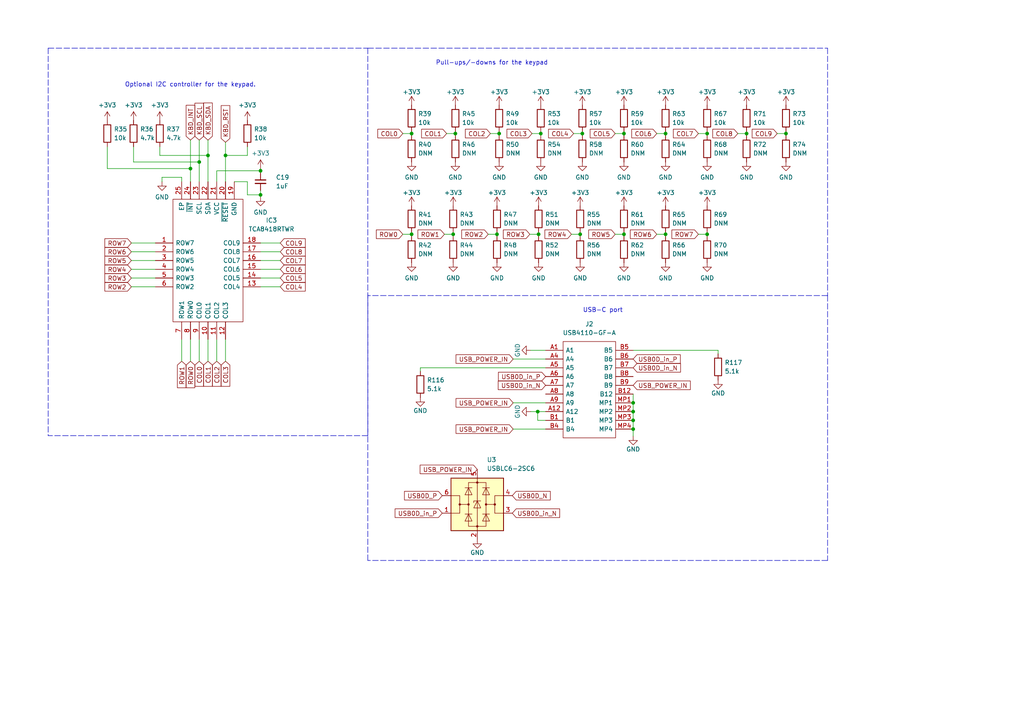
<source format=kicad_sch>
(kicad_sch (version 20211123) (generator eeschema)
  (paper "A4")
  (lib_symbols
    (symbol "Device:C_Small" (pin_numbers hide) (pin_names (offset 0.254) hide)
      (property "Reference" "C" (at 0.254 1.778 0))
      (property "Value" "C_Small" (at 0.254 -2.032 0))
      (symbol "C_Small_0_1"
        (polyline (pts (xy -1.524 -0.508) (xy 1.524 -0.508)) (stroke (width 0.3302)))
        (polyline (pts (xy -1.524 0.508) (xy 1.524 0.508)) (stroke (width 0.3048)))
      )
      (symbol "C_Small_1_1"
        (pin passive line (at 0 2.54 270) (length 2.032) (name "~") (number "1"))
        (pin passive line (at 0 -2.54 90) (length 2.032) (name "~") (number "2"))
      )
    )
    (symbol "Device:R" (pin_numbers hide) (pin_names (offset 0))
      (property "Reference" "R" (at 2.032 0 90))
      (property "Value" "R" (at 0 0 90))
      (symbol "R_0_1"
        (rectangle (start -1.016 -2.54) (end 1.016 2.54) (stroke (width 0.254)))
      )
      (symbol "R_1_1"
        (pin passive line (at 0 3.81 270) (length 1.27) (name "~") (number "1"))
        (pin passive line (at 0 -3.81 90) (length 1.27) (name "~") (number "2"))
      )
    )
    (symbol "Power_Protection:USBLC6-2SC6" (pin_names hide)
      (property "Reference" "U" (at 2.54 8.89 0))
      (property "Value" "USBLC6-2SC6" (at 2.54 -8.89 0))
      (symbol "USBLC6-2SC6_0_1"
        (rectangle (start -7.62 -7.62) (end 7.62 7.62) (stroke (width 0.254)) (fill (type background)))
        (circle (center -5.08 0) (radius 0.254) (fill (type outline)))
        (circle (center -2.54 0) (radius 0.254) (fill (type outline)))
        (rectangle (start -2.54 6.35) (end 2.54 -6.35))
        (circle (center 0 -6.35) (radius 0.254) (fill (type outline)))
        (polyline (pts (xy -5.08 -2.54) (xy -7.62 -2.54)))
        (polyline (pts (xy -5.08 0) (xy -5.08 -2.54)))
        (polyline (pts (xy -5.08 2.54) (xy -7.62 2.54)))
        (polyline (pts (xy -1.524 -2.794) (xy -3.556 -2.794)))
        (polyline (pts (xy -1.524 4.826) (xy -3.556 4.826)))
        (polyline (pts (xy 0 -7.62) (xy 0 -6.35)))
        (polyline (pts (xy 0 -6.35) (xy 0 1.27)))
        (polyline (pts (xy 0 1.27) (xy 0 6.35)))
        (polyline (pts (xy 0 6.35) (xy 0 7.62)))
        (polyline (pts (xy 1.524 -2.794) (xy 3.556 -2.794)))
        (polyline (pts (xy 1.524 4.826) (xy 3.556 4.826)))
        (polyline (pts (xy 5.08 -2.54) (xy 7.62 -2.54)))
        (polyline (pts (xy 5.08 0) (xy 5.08 -2.54)))
        (polyline (pts (xy 5.08 2.54) (xy 7.62 2.54)))
        (polyline (pts (xy -2.54 0) (xy -5.08 0) (xy -5.08 2.54)))
        (polyline (pts (xy 2.54 0) (xy 5.08 0) (xy 5.08 2.54)))
        (polyline (pts (xy -3.556 -4.826) (xy -1.524 -4.826) (xy -2.54 -2.794) (xy -3.556 -4.826)))
        (polyline (pts (xy -3.556 2.794) (xy -1.524 2.794) (xy -2.54 4.826) (xy -3.556 2.794)))
        (polyline (pts (xy -1.016 -1.016) (xy 1.016 -1.016) (xy 0 1.016) (xy -1.016 -1.016)))
        (polyline (pts (xy 1.016 1.016) (xy 0.762 1.016) (xy -1.016 1.016) (xy -1.016 0.508)))
        (polyline (pts (xy 3.556 -4.826) (xy 1.524 -4.826) (xy 2.54 -2.794) (xy 3.556 -4.826)))
        (polyline (pts (xy 3.556 2.794) (xy 1.524 2.794) (xy 2.54 4.826) (xy 3.556 2.794)))
        (circle (center 0 6.35) (radius 0.254) (fill (type outline)))
        (circle (center 2.54 0) (radius 0.254) (fill (type outline)))
        (circle (center 5.08 0) (radius 0.254) (fill (type outline)))
      )
      (symbol "USBLC6-2SC6_1_1"
        (pin passive line (at -10.16 -2.54 0) (length 2.54) (name "I/O1") (number "1"))
        (pin passive line (at 0 -10.16 90) (length 2.54) (name "GND") (number "2"))
        (pin passive line (at 10.16 -2.54 180) (length 2.54) (name "I/O2") (number "3"))
        (pin passive line (at 10.16 2.54 180) (length 2.54) (name "I/O2") (number "4"))
        (pin passive line (at 0 10.16 270) (length 2.54) (name "VBUS") (number "5"))
        (pin passive line (at -10.16 2.54 0) (length 2.54) (name "I/O1") (number "6"))
      )
    )
    (symbol "SamacSys_Parts:TCA8418RTWR" (pin_names (offset 0.762))
      (property "Reference" "IC" (at 26.67 17.78 0))
      (property "Value" "TCA8418RTWR" (at 26.67 15.24 0))
      (symbol "TCA8418RTWR_0_0"
        (pin passive line (at 0 0 0) (length 5.08) (name "ROW7") (number "1"))
        (pin passive line (at 15.24 -27.94 90) (length 5.08) (name "COL1") (number "10"))
        (pin passive line (at 17.78 -27.94 90) (length 5.08) (name "COL2") (number "11"))
        (pin passive line (at 20.32 -27.94 90) (length 5.08) (name "COL3") (number "12"))
        (pin passive line (at 30.48 -12.7 180) (length 5.08) (name "COL4") (number "13"))
        (pin passive line (at 30.48 -10.16 180) (length 5.08) (name "COL5") (number "14"))
        (pin passive line (at 30.48 -7.62 180) (length 5.08) (name "COL6") (number "15"))
        (pin passive line (at 30.48 -5.08 180) (length 5.08) (name "COL7") (number "16"))
        (pin passive line (at 30.48 -2.54 180) (length 5.08) (name "COL8") (number "17"))
        (pin passive line (at 30.48 0 180) (length 5.08) (name "COL9") (number "18"))
        (pin passive line (at 22.86 17.78 270) (length 5.08) (name "GND") (number "19"))
        (pin passive line (at 0 -2.54 0) (length 5.08) (name "ROW6") (number "2"))
        (pin passive line (at 20.32 17.78 270) (length 5.08) (name "~{RESET}") (number "20"))
        (pin passive line (at 17.78 17.78 270) (length 5.08) (name "VCC") (number "21"))
        (pin passive line (at 15.24 17.78 270) (length 5.08) (name "SDA") (number "22"))
        (pin passive line (at 12.7 17.78 270) (length 5.08) (name "SCL") (number "23"))
        (pin passive line (at 10.16 17.78 270) (length 5.08) (name "~{INT}") (number "24"))
        (pin passive line (at 7.62 17.78 270) (length 5.08) (name "EP") (number "25"))
        (pin passive line (at 0 -5.08 0) (length 5.08) (name "ROW5") (number "3"))
        (pin passive line (at 0 -7.62 0) (length 5.08) (name "ROW4") (number "4"))
        (pin passive line (at 0 -10.16 0) (length 5.08) (name "ROW3") (number "5"))
        (pin passive line (at 0 -12.7 0) (length 5.08) (name "ROW2") (number "6"))
        (pin passive line (at 7.62 -27.94 90) (length 5.08) (name "ROW1") (number "7"))
        (pin passive line (at 10.16 -27.94 90) (length 5.08) (name "ROW0") (number "8"))
        (pin passive line (at 12.7 -27.94 90) (length 5.08) (name "COL0") (number "9"))
      )
      (symbol "TCA8418RTWR_0_1"
        (polyline (pts (xy 5.08 12.7) (xy 25.4 12.7) (xy 25.4 -22.86) (xy 5.08 -22.86) (xy 5.08 12.7)) (stroke (width 0.1524)))
      )
    )
    (symbol "SamacSys_Parts:USB4110-GF-A" (pin_names (offset 0.762))
      (property "Reference" "J" (at 21.59 7.62 0))
      (property "Value" "USB4110-GF-A" (at 21.59 5.08 0))
      (symbol "USB4110-GF-A_0_0"
        (pin passive line (at 0 0 0) (length 5.08) (name "A1") (number "A1"))
        (pin passive line (at 0 -17.78 0) (length 5.08) (name "A12") (number "A12"))
        (pin passive line (at 0 -2.54 0) (length 5.08) (name "A4") (number "A4"))
        (pin passive line (at 0 -5.08 0) (length 5.08) (name "A5") (number "A5"))
        (pin passive line (at 0 -7.62 0) (length 5.08) (name "A6") (number "A6"))
        (pin passive line (at 0 -10.16 0) (length 5.08) (name "A7") (number "A7"))
        (pin passive line (at 0 -12.7 0) (length 5.08) (name "A8") (number "A8"))
        (pin passive line (at 0 -15.24 0) (length 5.08) (name "A9") (number "A9"))
        (pin passive line (at 0 -20.32 0) (length 5.08) (name "B1") (number "B1"))
        (pin passive line (at 25.4 -12.7 180) (length 5.08) (name "B12") (number "B12"))
        (pin passive line (at 0 -22.86 0) (length 5.08) (name "B4") (number "B4"))
        (pin passive line (at 25.4 0 180) (length 5.08) (name "B5") (number "B5"))
        (pin passive line (at 25.4 -2.54 180) (length 5.08) (name "B6") (number "B6"))
        (pin passive line (at 25.4 -5.08 180) (length 5.08) (name "B7") (number "B7"))
        (pin passive line (at 25.4 -7.62 180) (length 5.08) (name "B8") (number "B8"))
        (pin passive line (at 25.4 -10.16 180) (length 5.08) (name "B9") (number "B9"))
        (pin passive line (at 25.4 -15.24 180) (length 5.08) (name "MP1") (number "MP1"))
        (pin passive line (at 25.4 -17.78 180) (length 5.08) (name "MP2") (number "MP2"))
        (pin passive line (at 25.4 -20.32 180) (length 5.08) (name "MP3") (number "MP3"))
        (pin passive line (at 25.4 -22.86 180) (length 5.08) (name "MP4") (number "MP4"))
      )
      (symbol "USB4110-GF-A_0_1"
        (polyline (pts (xy 5.08 2.54) (xy 20.32 2.54) (xy 20.32 -25.4) (xy 5.08 -25.4) (xy 5.08 2.54)) (stroke (width 0.1524)))
      )
    )
    (symbol "power:+3V3" (power) (pin_names (offset 0))
      (property "Value" "+3V3" (at 0 3.556 0))
      (symbol "+3V3_0_1"
        (polyline (pts (xy -0.762 1.27) (xy 0 2.54)))
        (polyline (pts (xy 0 0) (xy 0 2.54)))
        (polyline (pts (xy 0 2.54) (xy 0.762 1.27)))
      )
      (symbol "+3V3_1_1"
        (pin power_in line (at 0 0 90) (length 0) hide (name "+3V3") (number "1"))
      )
    )
    (symbol "power:GND" (power) (pin_names (offset 0))
      (property "Value" "GND" (at 0 -3.81 0))
      (symbol "GND_0_1"
        (polyline (pts (xy 0 0) (xy 0 -1.27) (xy 1.27 -1.27) (xy 0 -2.54) (xy -1.27 -1.27) (xy 0 -1.27)))
      )
      (symbol "GND_1_1"
        (pin power_in line (at 0 0 270) (length 0) hide (name "GND") (number "1"))
      )
    )
  )
  (junction (at 131.445 67.945))
  (junction (at 168.275 67.945))
  (junction (at 183.642 124.46))
  (junction (at 144.78 38.735))
  (junction (at 156.845 38.735))
  (junction (at 57.785 46.99))
  (junction (at 75.565 49.53))
  (junction (at 156.21 67.945))
  (junction (at 155.956 119.38))
  (junction (at 205.105 38.735))
  (junction (at 55.245 48.895))
  (junction (at 65.405 45.085))
  (junction (at 180.975 38.735))
  (junction (at 193.04 38.735))
  (junction (at 144.145 67.945))
  (junction (at 183.642 119.38))
  (junction (at 183.642 121.92))
  (junction (at 193.04 67.945))
  (junction (at 168.91 38.735))
  (junction (at 132.08 38.735))
  (junction (at 180.975 67.945))
  (junction (at 183.642 116.84))
  (junction (at 75.565 56.515))
  (junction (at 205.105 67.945))
  (junction (at 60.325 45.085))
  (junction (at 216.535 38.735))
  (junction (at 119.38 67.945))
  (junction (at 227.965 38.735))
  (junction (at 119.38 38.735))
  (wire (pts (xy 183.642 114.3) (xy 183.642 116.84)))
  (wire (pts (xy 60.325 52.705) (xy 60.325 45.085)))
  (wire (pts (xy 193.04 67.31) (xy 193.04 67.945)))
  (wire (pts (xy 131.445 67.945) (xy 131.445 68.58)))
  (wire (pts (xy 141.605 67.945) (xy 144.145 67.945)))
  (wire (pts (xy 205.105 38.735) (xy 205.105 39.37)))
  (wire (pts (xy 55.245 98.425) (xy 55.245 104.775)))
  (wire (pts (xy 116.84 67.945) (xy 119.38 67.945)))
  (wire (pts (xy 75.565 48.895) (xy 75.565 49.53)))
  (polyline (pts (xy 106.68 126.365) (xy 13.97 126.365)))
  (wire (pts (xy 119.38 38.735) (xy 119.38 39.37)))
  (wire (pts (xy 183.642 119.38) (xy 183.642 121.92)))
  (wire (pts (xy 205.105 38.1) (xy 205.105 38.735)))
  (wire (pts (xy 55.245 48.895) (xy 31.115 48.895)))
  (wire (pts (xy 213.995 38.735) (xy 216.535 38.735)))
  (wire (pts (xy 38.1 83.185) (xy 45.085 83.185)))
  (wire (pts (xy 65.405 45.085) (xy 65.405 52.705)))
  (wire (pts (xy 205.105 67.945) (xy 205.105 68.58)))
  (wire (pts (xy 121.92 106.68) (xy 121.92 107.696)))
  (polyline (pts (xy 240.03 13.97) (xy 240.03 85.725)))
  (wire (pts (xy 183.642 124.46) (xy 183.642 126.492)))
  (wire (pts (xy 155.956 119.38) (xy 158.242 119.38)))
  (wire (pts (xy 38.735 46.99) (xy 38.735 42.545)))
  (wire (pts (xy 52.705 98.425) (xy 52.705 104.775)))
  (wire (pts (xy 144.78 38.1) (xy 144.78 38.735)))
  (wire (pts (xy 38.1 70.485) (xy 45.085 70.485)))
  (wire (pts (xy 190.5 67.945) (xy 193.04 67.945)))
  (wire (pts (xy 31.115 48.895) (xy 31.115 42.545)))
  (polyline (pts (xy 106.68 162.56) (xy 106.68 85.09)))
  (wire (pts (xy 65.405 45.085) (xy 71.755 45.085)))
  (wire (pts (xy 57.785 98.425) (xy 57.785 104.775)))
  (polyline (pts (xy 240.03 162.56) (xy 106.68 162.56)))
  (wire (pts (xy 205.105 67.31) (xy 205.105 67.945)))
  (wire (pts (xy 144.145 67.31) (xy 144.145 67.945)))
  (wire (pts (xy 193.04 67.945) (xy 193.04 68.58)))
  (wire (pts (xy 132.08 38.1) (xy 132.08 38.735)))
  (wire (pts (xy 153.67 67.945) (xy 156.21 67.945)))
  (wire (pts (xy 57.785 52.705) (xy 57.785 46.99)))
  (wire (pts (xy 183.642 121.92) (xy 183.642 124.46)))
  (wire (pts (xy 75.565 56.515) (xy 75.565 57.15)))
  (wire (pts (xy 71.755 45.085) (xy 71.755 42.545)))
  (wire (pts (xy 62.865 49.53) (xy 62.865 52.705)))
  (wire (pts (xy 75.565 56.515) (xy 75.565 55.245)))
  (wire (pts (xy 46.355 45.085) (xy 46.355 42.545)))
  (polyline (pts (xy 13.97 13.97) (xy 106.68 13.97)))
  (wire (pts (xy 60.325 45.085) (xy 46.355 45.085)))
  (wire (pts (xy 165.735 67.945) (xy 168.275 67.945)))
  (wire (pts (xy 46.99 52.705) (xy 46.99 51.435)))
  (wire (pts (xy 60.325 98.425) (xy 60.325 104.775)))
  (wire (pts (xy 62.865 98.425) (xy 62.865 104.775)))
  (wire (pts (xy 60.325 40.64) (xy 60.325 45.085)))
  (wire (pts (xy 148.844 104.14) (xy 158.242 104.14)))
  (wire (pts (xy 193.04 38.1) (xy 193.04 38.735)))
  (wire (pts (xy 202.565 67.945) (xy 205.105 67.945)))
  (wire (pts (xy 154.305 38.735) (xy 156.845 38.735)))
  (wire (pts (xy 142.24 38.735) (xy 144.78 38.735)))
  (wire (pts (xy 168.91 38.1) (xy 168.91 38.735)))
  (wire (pts (xy 38.1 80.645) (xy 45.085 80.645)))
  (wire (pts (xy 75.565 49.53) (xy 62.865 49.53)))
  (polyline (pts (xy 13.97 13.97) (xy 13.97 126.365)))
  (wire (pts (xy 225.425 38.735) (xy 227.965 38.735)))
  (polyline (pts (xy 240.03 85.725) (xy 240.03 162.56)))
  (wire (pts (xy 129.54 38.735) (xy 132.08 38.735)))
  (wire (pts (xy 132.08 38.735) (xy 132.08 39.37)))
  (wire (pts (xy 227.965 38.1) (xy 227.965 38.735)))
  (wire (pts (xy 158.242 106.68) (xy 121.92 106.68)))
  (wire (pts (xy 71.755 56.515) (xy 75.565 56.515)))
  (wire (pts (xy 75.565 75.565) (xy 81.28 75.565)))
  (wire (pts (xy 208.28 101.6) (xy 208.28 102.616)))
  (wire (pts (xy 119.38 38.1) (xy 119.38 38.735)))
  (polyline (pts (xy 106.68 13.97) (xy 240.03 13.97)))
  (wire (pts (xy 75.565 73.025) (xy 81.28 73.025)))
  (wire (pts (xy 38.1 78.105) (xy 45.085 78.105)))
  (polyline (pts (xy 240.03 85.725) (xy 106.68 85.725)))
  (wire (pts (xy 75.565 70.485) (xy 81.28 70.485)))
  (wire (pts (xy 178.435 67.945) (xy 180.975 67.945)))
  (wire (pts (xy 55.245 40.64) (xy 55.245 48.895)))
  (wire (pts (xy 193.04 38.735) (xy 193.04 39.37)))
  (wire (pts (xy 75.565 80.645) (xy 81.28 80.645)))
  (wire (pts (xy 75.565 78.105) (xy 81.28 78.105)))
  (wire (pts (xy 168.275 67.945) (xy 168.275 68.58)))
  (wire (pts (xy 144.145 67.945) (xy 144.145 68.58)))
  (wire (pts (xy 38.1 75.565) (xy 45.085 75.565)))
  (wire (pts (xy 67.945 52.705) (xy 71.755 52.705)))
  (wire (pts (xy 180.975 67.31) (xy 180.975 67.945)))
  (wire (pts (xy 46.99 51.435) (xy 52.705 51.435)))
  (wire (pts (xy 168.275 67.31) (xy 168.275 67.945)))
  (wire (pts (xy 128.905 67.945) (xy 131.445 67.945)))
  (wire (pts (xy 65.405 98.425) (xy 65.405 104.775)))
  (wire (pts (xy 75.565 49.53) (xy 75.565 50.165)))
  (wire (pts (xy 227.965 38.735) (xy 227.965 39.37)))
  (wire (pts (xy 183.642 116.84) (xy 183.642 119.38)))
  (wire (pts (xy 71.755 52.705) (xy 71.755 56.515)))
  (wire (pts (xy 155.956 121.92) (xy 155.956 119.38)))
  (wire (pts (xy 65.405 41.275) (xy 65.405 45.085)))
  (wire (pts (xy 216.535 38.1) (xy 216.535 38.735)))
  (wire (pts (xy 153.924 119.38) (xy 155.956 119.38)))
  (wire (pts (xy 55.245 52.705) (xy 55.245 48.895)))
  (wire (pts (xy 116.84 38.735) (xy 119.38 38.735)))
  (polyline (pts (xy 106.68 13.97) (xy 106.68 126.365)))
  (wire (pts (xy 180.975 38.735) (xy 180.975 39.37)))
  (wire (pts (xy 158.242 121.92) (xy 155.956 121.92)))
  (wire (pts (xy 156.845 38.735) (xy 156.845 39.37)))
  (wire (pts (xy 153.924 101.6) (xy 158.242 101.6)))
  (wire (pts (xy 119.38 67.945) (xy 119.38 68.58)))
  (wire (pts (xy 180.975 67.945) (xy 180.975 68.58)))
  (wire (pts (xy 166.37 38.735) (xy 168.91 38.735)))
  (wire (pts (xy 156.21 67.945) (xy 156.21 68.58)))
  (wire (pts (xy 168.91 38.735) (xy 168.91 39.37)))
  (wire (pts (xy 52.705 51.435) (xy 52.705 52.705)))
  (wire (pts (xy 57.785 46.99) (xy 38.735 46.99)))
  (wire (pts (xy 57.785 40.64) (xy 57.785 46.99)))
  (wire (pts (xy 156.21 67.31) (xy 156.21 67.945)))
  (wire (pts (xy 216.535 38.735) (xy 216.535 39.37)))
  (wire (pts (xy 119.38 67.31) (xy 119.38 67.945)))
  (wire (pts (xy 131.445 67.31) (xy 131.445 67.945)))
  (wire (pts (xy 38.1 73.025) (xy 45.085 73.025)))
  (wire (pts (xy 75.565 83.185) (xy 81.28 83.185)))
  (wire (pts (xy 178.435 38.735) (xy 180.975 38.735)))
  (wire (pts (xy 183.642 101.6) (xy 208.28 101.6)))
  (wire (pts (xy 144.78 38.735) (xy 144.78 39.37)))
  (wire (pts (xy 190.5 38.735) (xy 193.04 38.735)))
  (wire (pts (xy 148.844 124.46) (xy 158.242 124.46)))
  (wire (pts (xy 156.845 38.1) (xy 156.845 38.735)))
  (wire (pts (xy 148.844 116.84) (xy 158.242 116.84)))
  (wire (pts (xy 202.565 38.735) (xy 205.105 38.735)))
  (wire (pts (xy 180.975 38.1) (xy 180.975 38.735)))
  (text "Optional I2C controller for the keypad." (at 36.195 25.4 0) (effects (font (size 1.27 1.27)) (justify left bottom)))
  (text "USB-C port" (at 169.037 90.805 0) (effects (font (size 1.27 1.27)) (justify left bottom)))
  (text "Pull-ups/-downs for the keypad" (at 126.365 19.05 0) (effects (font (size 1.27 1.27)) (justify left bottom)))
  (global_label "USB_POWER_IN" (shape input) (at 148.844 124.46 180) (property "Intersheet References" "${INTERSHEET_REFS}" (effects hide)))
  (global_label "COL3" (shape input) (at 154.305 38.735 180) (property "Intersheet References" "${INTERSHEET_REFS}" (effects hide)))
  (global_label "COL8" (shape input) (at 213.995 38.735 180) (property "Intersheet References" "${INTERSHEET_REFS}" (effects hide)))
  (global_label "COL1" (shape input) (at 129.54 38.735 180) (property "Intersheet References" "${INTERSHEET_REFS}" (effects hide)))
  (global_label "COL0" (shape input) (at 57.785 104.775 270) (property "Intersheet References" "${INTERSHEET_REFS}" (effects hide)))
  (global_label "KBD_RST" (shape input) (at 65.405 41.275 90) (property "Intersheet References" "${INTERSHEET_REFS}" (effects hide)))
  (global_label "COL3" (shape input) (at 65.405 104.775 270) (property "Intersheet References" "${INTERSHEET_REFS}" (effects hide)))
  (global_label "USB0D_in_P" (shape input) (at 183.642 104.14 0) (property "Intersheet References" "${INTERSHEET_REFS}" (effects hide)))
  (global_label "ROW0" (shape input) (at 116.84 67.945 180) (property "Intersheet References" "${INTERSHEET_REFS}" (effects hide)))
  (global_label "ROW1" (shape input) (at 52.705 104.775 270) (property "Intersheet References" "${INTERSHEET_REFS}" (effects hide)))
  (global_label "COL2" (shape input) (at 142.24 38.735 180) (property "Intersheet References" "${INTERSHEET_REFS}" (effects hide)))
  (global_label "ROW7" (shape input) (at 38.1 70.485 180) (property "Intersheet References" "${INTERSHEET_REFS}" (effects hide)))
  (global_label "USB0D_in_N" (shape input) (at 158.242 111.76 180) (property "Intersheet References" "${INTERSHEET_REFS}" (effects hide)))
  (global_label "COL6" (shape input) (at 190.5 38.735 180) (property "Intersheet References" "${INTERSHEET_REFS}" (effects hide)))
  (global_label "COL7" (shape input) (at 81.28 75.565 0) (property "Intersheet References" "${INTERSHEET_REFS}" (effects hide)))
  (global_label "COL4" (shape input) (at 166.37 38.735 180) (property "Intersheet References" "${INTERSHEET_REFS}" (effects hide)))
  (global_label "COL9" (shape input) (at 81.28 70.485 0) (property "Intersheet References" "${INTERSHEET_REFS}" (effects hide)))
  (global_label "KBD_SCL" (shape input) (at 57.785 40.64 90) (property "Intersheet References" "${INTERSHEET_REFS}" (effects hide)))
  (global_label "COL0" (shape input) (at 116.84 38.735 180) (property "Intersheet References" "${INTERSHEET_REFS}" (effects hide)))
  (global_label "COL5" (shape input) (at 178.435 38.735 180) (property "Intersheet References" "${INTERSHEET_REFS}" (effects hide)))
  (global_label "USB_POWER_IN" (shape input) (at 183.642 111.76 0) (property "Intersheet References" "${INTERSHEET_REFS}" (effects hide)))
  (global_label "COL1" (shape input) (at 60.325 104.775 270) (property "Intersheet References" "${INTERSHEET_REFS}" (effects hide)))
  (global_label "USB0D_in_N" (shape input) (at 148.59 148.844 0) (property "Intersheet References" "${INTERSHEET_REFS}" (effects hide)))
  (global_label "ROW5" (shape input) (at 178.435 67.945 180) (property "Intersheet References" "${INTERSHEET_REFS}" (effects hide)))
  (global_label "COL6" (shape input) (at 81.28 78.105 0) (property "Intersheet References" "${INTERSHEET_REFS}" (effects hide)))
  (global_label "COL2" (shape input) (at 62.865 104.775 270) (property "Intersheet References" "${INTERSHEET_REFS}" (effects hide)))
  (global_label "COL5" (shape input) (at 81.28 80.645 0) (property "Intersheet References" "${INTERSHEET_REFS}" (effects hide)))
  (global_label "ROW6" (shape input) (at 38.1 73.025 180) (property "Intersheet References" "${INTERSHEET_REFS}" (effects hide)))
  (global_label "USB_POWER_IN" (shape input) (at 148.844 104.14 180) (property "Intersheet References" "${INTERSHEET_REFS}" (effects hide)))
  (global_label "ROW4" (shape input) (at 38.1 78.105 180) (property "Intersheet References" "${INTERSHEET_REFS}" (effects hide)))
  (global_label "USB0D_in_P" (shape input) (at 158.242 109.22 180) (property "Intersheet References" "${INTERSHEET_REFS}" (effects hide)))
  (global_label "ROW5" (shape input) (at 38.1 75.565 180) (property "Intersheet References" "${INTERSHEET_REFS}" (effects hide)))
  (global_label "USB_POWER_IN" (shape input) (at 148.844 116.84 180) (property "Intersheet References" "${INTERSHEET_REFS}" (effects hide)))
  (global_label "USB0D_in_N" (shape input) (at 183.642 106.68 0) (property "Intersheet References" "${INTERSHEET_REFS}" (effects hide)))
  (global_label "ROW3" (shape input) (at 38.1 80.645 180) (property "Intersheet References" "${INTERSHEET_REFS}" (effects hide)))
  (global_label "ROW2" (shape input) (at 38.1 83.185 180) (property "Intersheet References" "${INTERSHEET_REFS}" (effects hide)))
  (global_label "USB0D_P" (shape input) (at 128.27 143.764 180) (property "Intersheet References" "${INTERSHEET_REFS}" (effects hide)))
  (global_label "COL4" (shape input) (at 81.28 83.185 0) (property "Intersheet References" "${INTERSHEET_REFS}" (effects hide)))
  (global_label "USB0D_N" (shape input) (at 148.59 143.764 0) (property "Intersheet References" "${INTERSHEET_REFS}" (effects hide)))
  (global_label "ROW6" (shape input) (at 190.5 67.945 180) (property "Intersheet References" "${INTERSHEET_REFS}" (effects hide)))
  (global_label "COL9" (shape input) (at 225.425 38.735 180) (property "Intersheet References" "${INTERSHEET_REFS}" (effects hide)))
  (global_label "ROW3" (shape input) (at 153.67 67.945 180) (property "Intersheet References" "${INTERSHEET_REFS}" (effects hide)))
  (global_label "ROW4" (shape input) (at 165.735 67.945 180) (property "Intersheet References" "${INTERSHEET_REFS}" (effects hide)))
  (global_label "ROW2" (shape input) (at 141.605 67.945 180) (property "Intersheet References" "${INTERSHEET_REFS}" (effects hide)))
  (global_label "ROW0" (shape input) (at 55.245 104.775 270) (property "Intersheet References" "${INTERSHEET_REFS}" (effects hide)))
  (global_label "KBD_SDA" (shape input) (at 60.325 40.64 90) (property "Intersheet References" "${INTERSHEET_REFS}" (effects hide)))
  (global_label "ROW7" (shape input) (at 202.565 67.945 180) (property "Intersheet References" "${INTERSHEET_REFS}" (effects hide)))
  (global_label "KBD_INT" (shape input) (at 55.245 40.64 90) (property "Intersheet References" "${INTERSHEET_REFS}" (effects hide)))
  (global_label "ROW1" (shape input) (at 128.905 67.945 180) (property "Intersheet References" "${INTERSHEET_REFS}" (effects hide)))
  (global_label "COL8" (shape input) (at 81.28 73.025 0) (property "Intersheet References" "${INTERSHEET_REFS}" (effects hide)))
  (global_label "COL7" (shape input) (at 202.565 38.735 180) (property "Intersheet References" "${INTERSHEET_REFS}" (effects hide)))
  (global_label "USB0D_in_P" (shape input) (at 128.27 148.844 180) (property "Intersheet References" "${INTERSHEET_REFS}" (effects hide)))
  (global_label "USB_POWER_IN" (shape input) (at 138.43 136.144 180) (property "Intersheet References" "${INTERSHEET_REFS}" (effects hide)))
  (symbol (lib_id "Device:R") (at 119.38 43.18 0) (unit 1)
    (property "Reference" "R40" (at 121.285 41.9099 0) (effects (justify left)))
    (property "Value" "DNM" (at 121.285 44.4499 0) (effects (justify left)))
    (property "Footprint" "Resistor_SMD:R_0402_1005Metric" (effects hide))
  )
  (symbol (lib_id "power:+3V3") (at 31.115 34.925 0) (unit 1)
    (property "Reference" "#PWR0155" (effects hide))
    (property "Value" "+3V3" (at 31.115 30.48 0))
  )
  (symbol (lib_id "power:GND") (at 119.38 46.99 0) (unit 1)
    (property "Reference" "#PWR0132" (effects hide))
    (property "Value" "GND" (at 119.38 51.435 0))
  )
  (symbol (lib_id "power:+3V3") (at 144.145 59.69 0) (unit 1)
    (property "Reference" "#PWR0160" (effects hide))
    (property "Value" "+3V3" (at 144.145 55.88 0))
  )
  (symbol (lib_id "Device:R") (at 144.78 34.29 0) (unit 1)
    (property "Reference" "R49" (at 146.685 33.0199 0) (effects (justify left)))
    (property "Value" "10k" (at 146.685 35.5599 0) (effects (justify left)))
    (property "Footprint" "Resistor_SMD:R_0402_1005Metric" (effects hide))
  )
  (symbol (lib_id "Device:R") (at 193.04 72.39 0) (unit 1)
    (property "Reference" "R66" (at 194.945 71.1199 0) (effects (justify left)))
    (property "Value" "DNM" (at 194.945 73.6599 0) (effects (justify left)))
    (property "Footprint" "Resistor_SMD:R_0402_1005Metric" (effects hide))
  )
  (symbol (lib_id "power:GND") (at 205.105 76.2 0) (unit 1)
    (property "Reference" "#PWR0151" (effects hide))
    (property "Value" "GND" (at 205.105 80.645 0))
  )
  (symbol (lib_id "Device:C_Small") (at 75.565 52.705 0) (unit 1)
    (property "Reference" "C19" (at 80.01 51.4412 0) (effects (justify left)))
    (property "Value" "1uF" (at 80.01 53.9812 0) (effects (justify left)))
    (property "Footprint" "Capacitor_SMD:C_0402_1005Metric" (effects hide))
  )
  (symbol (lib_id "Device:R") (at 119.38 63.5 0) (unit 1)
    (property "Reference" "R41" (at 121.285 62.2299 0) (effects (justify left)))
    (property "Value" "DNM" (at 121.285 64.7699 0) (effects (justify left)))
    (property "Footprint" "Resistor_SMD:R_0402_1005Metric" (effects hide))
  )
  (symbol (lib_id "power:+3V3") (at 168.91 30.48 0) (unit 1)
    (property "Reference" "#PWR0131" (effects hide))
    (property "Value" "+3V3" (at 168.91 26.67 0))
  )
  (symbol (lib_id "Device:R") (at 205.105 63.5 0) (unit 1)
    (property "Reference" "R69" (at 207.01 62.2299 0) (effects (justify left)))
    (property "Value" "DNM" (at 207.01 64.7699 0) (effects (justify left)))
    (property "Footprint" "Resistor_SMD:R_0402_1005Metric" (effects hide))
  )
  (symbol (lib_id "Device:R") (at 144.78 43.18 0) (unit 1)
    (property "Reference" "R50" (at 146.685 41.9099 0) (effects (justify left)))
    (property "Value" "DNM" (at 146.685 44.4499 0) (effects (justify left)))
    (property "Footprint" "Resistor_SMD:R_0402_1005Metric" (effects hide))
  )
  (symbol (lib_id "power:GND") (at 119.38 76.2 0) (unit 1)
    (property "Reference" "#PWR0139" (effects hide))
    (property "Value" "GND" (at 119.38 80.645 0))
  )
  (symbol (lib_id "power:GND") (at 168.275 76.2 0) (unit 1)
    (property "Reference" "#PWR0138" (effects hide))
    (property "Value" "GND" (at 168.275 80.645 0))
  )
  (symbol (lib_id "power:+3V3") (at 46.355 34.925 0) (unit 1)
    (property "Reference" "#PWR0153" (effects hide))
    (property "Value" "+3V3" (at 46.355 30.48 0))
  )
  (symbol (lib_id "Device:R") (at 180.975 72.39 0) (unit 1)
    (property "Reference" "R62" (at 182.88 71.1199 0) (effects (justify left)))
    (property "Value" "DNM" (at 182.88 73.6599 0) (effects (justify left)))
    (property "Footprint" "Resistor_SMD:R_0402_1005Metric" (effects hide))
  )
  (symbol (lib_id "Device:R") (at 205.105 34.29 0) (unit 1)
    (property "Reference" "R67" (at 207.01 33.0199 0) (effects (justify left)))
    (property "Value" "10k" (at 207.01 35.5599 0) (effects (justify left)))
    (property "Footprint" "Resistor_SMD:R_0402_1005Metric" (effects hide))
  )
  (symbol (lib_id "Device:R") (at 144.145 72.39 0) (unit 1)
    (property "Reference" "R48" (at 146.05 71.1199 0) (effects (justify left)))
    (property "Value" "DNM" (at 146.05 73.6599 0) (effects (justify left)))
    (property "Footprint" "Resistor_SMD:R_0402_1005Metric" (effects hide))
  )
  (symbol (lib_id "Device:R") (at 38.735 38.735 0) (unit 1)
    (property "Reference" "R36" (at 40.64 37.4649 0) (effects (justify left)))
    (property "Value" "4.7k" (at 40.64 40.0049 0) (effects (justify left)))
    (property "Footprint" "Resistor_SMD:R_0402_1005Metric" (effects hide))
  )
  (symbol (lib_id "Device:R") (at 156.845 43.18 0) (unit 1)
    (property "Reference" "R54" (at 158.75 41.9099 0) (effects (justify left)))
    (property "Value" "DNM" (at 158.75 44.4499 0) (effects (justify left)))
    (property "Footprint" "Resistor_SMD:R_0402_1005Metric" (effects hide))
  )
  (symbol (lib_id "power:+3V3") (at 193.04 59.69 0) (unit 1)
    (property "Reference" "#PWR0166" (effects hide))
    (property "Value" "+3V3" (at 193.04 55.88 0))
  )
  (symbol (lib_id "Device:R") (at 180.975 63.5 0) (unit 1)
    (property "Reference" "R61" (at 182.88 62.2299 0) (effects (justify left)))
    (property "Value" "DNM" (at 182.88 64.7699 0) (effects (justify left)))
    (property "Footprint" "Resistor_SMD:R_0402_1005Metric" (effects hide))
  )
  (symbol (lib_id "power:+3V3") (at 156.21 59.69 0) (unit 1)
    (property "Reference" "#PWR0157" (effects hide))
    (property "Value" "+3V3" (at 156.21 55.88 0))
  )
  (symbol (lib_id "power:+3V3") (at 180.975 59.69 0) (unit 1)
    (property "Reference" "#PWR0163" (effects hide))
    (property "Value" "+3V3" (at 180.975 55.88 0))
  )
  (symbol (lib_id "Device:R") (at 168.275 63.5 0) (unit 1)
    (property "Reference" "R55" (at 170.18 62.2299 0) (effects (justify left)))
    (property "Value" "DNM" (at 170.18 64.7699 0) (effects (justify left)))
    (property "Footprint" "Resistor_SMD:R_0402_1005Metric" (effects hide))
  )
  (symbol (lib_id "Device:R") (at 193.04 43.18 0) (unit 1)
    (property "Reference" "R64" (at 194.945 41.9099 0) (effects (justify left)))
    (property "Value" "DNM" (at 194.945 44.4499 0) (effects (justify left)))
    (property "Footprint" "Resistor_SMD:R_0402_1005Metric" (effects hide))
  )
  (symbol (lib_id "power:+3V3") (at 38.735 34.925 0) (unit 1)
    (property "Reference" "#PWR0154" (effects hide))
    (property "Value" "+3V3" (at 38.735 30.48 0))
  )
  (symbol (lib_id "Device:R") (at 193.04 34.29 0) (unit 1)
    (property "Reference" "R63" (at 194.945 33.0199 0) (effects (justify left)))
    (property "Value" "10k" (at 194.945 35.5599 0) (effects (justify left)))
    (property "Footprint" "Resistor_SMD:R_0402_1005Metric" (effects hide))
  )
  (symbol (lib_id "Device:R") (at 144.145 63.5 0) (unit 1)
    (property "Reference" "R47" (at 146.05 62.2299 0) (effects (justify left)))
    (property "Value" "DNM" (at 146.05 64.7699 0) (effects (justify left)))
    (property "Footprint" "Resistor_SMD:R_0402_1005Metric" (effects hide))
  )
  (symbol (lib_id "power:+3V3") (at 71.755 34.925 0) (unit 1)
    (property "Reference" "#PWR0156" (effects hide))
    (property "Value" "+3V3" (at 71.755 30.48 0))
  )
  (symbol (lib_id "Device:R") (at 31.115 38.735 0) (unit 1)
    (property "Reference" "R35" (at 33.02 37.4649 0) (effects (justify left)))
    (property "Value" "10k" (at 33.02 40.0049 0) (effects (justify left)))
    (property "Footprint" "Resistor_SMD:R_0402_1005Metric" (effects hide))
  )
  (symbol (lib_id "power:GND") (at 132.08 46.99 0) (unit 1)
    (property "Reference" "#PWR0161" (effects hide))
    (property "Value" "GND" (at 132.08 51.435 0))
  )
  (symbol (lib_id "power:+3V3") (at 119.38 59.69 0) (unit 1)
    (property "Reference" "#PWR0133" (effects hide))
    (property "Value" "+3V3" (at 119.38 55.88 0))
  )
  (symbol (lib_id "power:GND") (at 156.845 46.99 0) (unit 1)
    (property "Reference" "#PWR0168" (effects hide))
    (property "Value" "GND" (at 156.845 51.435 0))
  )
  (symbol (lib_id "power:GND") (at 121.92 115.316 0) (unit 1)
    (property "Reference" "#PWR0125" (effects hide))
    (property "Value" "GND" (at 121.92 119.126 0))
  )
  (symbol (lib_id "Device:R") (at 131.445 72.39 0) (unit 1)
    (property "Reference" "R44" (at 133.35 71.1199 0) (effects (justify left)))
    (property "Value" "DNM" (at 133.35 73.6599 0) (effects (justify left)))
    (property "Footprint" "Resistor_SMD:R_0402_1005Metric" (effects hide))
  )
  (symbol (lib_id "power:GND") (at 205.105 46.99 0) (unit 1)
    (property "Reference" "#PWR0143" (effects hide))
    (property "Value" "GND" (at 205.105 51.435 0))
  )
  (symbol (lib_id "power:GND") (at 153.924 119.38 270) (mirror x) (unit 1)
    (property "Reference" "#PWR0120" (effects hide))
    (property "Value" "GND" (at 150.114 119.38 0))
  )
  (symbol (lib_id "Device:R") (at 119.38 72.39 0) (unit 1)
    (property "Reference" "R42" (at 121.285 71.1199 0) (effects (justify left)))
    (property "Value" "DNM" (at 121.285 73.6599 0) (effects (justify left)))
    (property "Footprint" "Resistor_SMD:R_0402_1005Metric" (effects hide))
  )
  (symbol (lib_id "power:GND") (at 216.535 46.99 0) (unit 1)
    (property "Reference" "#PWR0149" (effects hide))
    (property "Value" "GND" (at 216.535 51.435 0))
  )
  (symbol (lib_id "Device:R") (at 227.965 34.29 0) (unit 1)
    (property "Reference" "R73" (at 229.87 33.0199 0) (effects (justify left)))
    (property "Value" "10k" (at 229.87 35.5599 0) (effects (justify left)))
    (property "Footprint" "Resistor_SMD:R_0402_1005Metric" (effects hide))
  )
  (symbol (lib_id "power:+3V3") (at 156.845 30.48 0) (unit 1)
    (property "Reference" "#PWR0128" (effects hide))
    (property "Value" "+3V3" (at 156.845 26.67 0))
  )
  (symbol (lib_id "Device:R") (at 71.755 38.735 0) (unit 1)
    (property "Reference" "R38" (at 73.66 37.4649 0) (effects (justify left)))
    (property "Value" "10k" (at 73.66 40.0049 0) (effects (justify left)))
    (property "Footprint" "Resistor_SMD:R_0402_1005Metric" (effects hide))
  )
  (symbol (lib_id "Device:R") (at 132.08 43.18 0) (unit 1)
    (property "Reference" "R46" (at 133.985 41.9099 0) (effects (justify left)))
    (property "Value" "DNM" (at 133.985 44.4499 0) (effects (justify left)))
    (property "Footprint" "Resistor_SMD:R_0402_1005Metric" (effects hide))
  )
  (symbol (lib_id "Device:R") (at 156.845 34.29 0) (unit 1)
    (property "Reference" "R53" (at 158.75 33.0199 0) (effects (justify left)))
    (property "Value" "10k" (at 158.75 35.5599 0) (effects (justify left)))
    (property "Footprint" "Resistor_SMD:R_0402_1005Metric" (effects hide))
  )
  (symbol (lib_id "Device:R") (at 132.08 34.29 0) (unit 1)
    (property "Reference" "R45" (at 133.985 33.0199 0) (effects (justify left)))
    (property "Value" "10k" (at 133.985 35.5599 0) (effects (justify left)))
    (property "Footprint" "Resistor_SMD:R_0402_1005Metric" (effects hide))
  )
  (symbol (lib_id "Device:R") (at 205.105 43.18 0) (unit 1)
    (property "Reference" "R68" (at 207.01 41.9099 0) (effects (justify left)))
    (property "Value" "DNM" (at 207.01 44.4499 0) (effects (justify left)))
    (property "Footprint" "Resistor_SMD:R_0402_1005Metric" (effects hide))
  )
  (symbol (lib_id "Device:R") (at 121.92 111.506 0) (unit 1)
    (property "Reference" "R116" (at 123.825 110.2359 0) (effects (justify left)))
    (property "Value" "5.1k" (at 123.825 112.7759 0) (effects (justify left)))
    (property "Footprint" "Resistor_SMD:R_0402_1005Metric" (effects hide))
  )
  (symbol (lib_id "power:+3V3") (at 132.08 30.48 0) (unit 1)
    (property "Reference" "#PWR0126" (effects hide))
    (property "Value" "+3V3" (at 132.08 26.67 0))
  )
  (symbol (lib_id "power:GND") (at 180.975 76.2 0) (unit 1)
    (property "Reference" "#PWR0136" (effects hide))
    (property "Value" "GND" (at 180.975 80.645 0))
  )
  (symbol (lib_id "power:GND") (at 183.642 126.492 0) (mirror y) (unit 1)
    (property "Reference" "#PWR0122" (effects hide))
    (property "Value" "GND" (at 183.642 130.302 0))
  )
  (symbol (lib_id "power:+3V3") (at 131.445 59.69 0) (unit 1)
    (property "Reference" "#PWR0162" (effects hide))
    (property "Value" "+3V3" (at 131.445 55.88 0))
  )
  (symbol (lib_id "power:GND") (at 131.445 76.2 0) (unit 1)
    (property "Reference" "#PWR0140" (effects hide))
    (property "Value" "GND" (at 131.445 80.645 0))
  )
  (symbol (lib_id "power:+3V3") (at 144.78 30.48 0) (unit 1)
    (property "Reference" "#PWR0127" (effects hide))
    (property "Value" "+3V3" (at 144.78 26.67 0))
  )
  (symbol (lib_id "SamacSys_Parts:USB4110-GF-A") (at 158.242 101.6 0) (unit 1)
    (property "Reference" "J2" (at 170.942 93.98 0))
    (property "Value" "USB4110-GF-A" (at 170.942 96.52 0))
    (property "Footprint" "USB4110GFA" (effects hide))
    (property "Datasheet" "https://gct.co/files/drawings/usb4110.pdf" (effects hide))
    (property "Description" "CONN USB 2.0 TYPE-C R/A SMT" (effects hide))
    (property "Height" "3.26" (effects hide))
    (property "Mouser Part Number" "640-USB4110-GF-A" (effects hide))
    (property "Mouser Price/Stock" "https://www.mouser.co.uk/ProductDetail/GCT/USB4110-GF-A?qs=KUoIvG%2F9IlYiZvIXQjyJeA%3D%3D" (effects hide))
    (property "Manufacturer_Name" "GCT (GLOBAL CONNECTOR TECHNOLOGY)" (effects hide))
    (property "Manufacturer_Part_Number" "USB4110-GF-A" (effects hide))
  )
  (symbol (lib_id "Device:R") (at 216.535 34.29 0) (unit 1)
    (property "Reference" "R71" (at 218.44 33.0199 0) (effects (justify left)))
    (property "Value" "10k" (at 218.44 35.5599 0) (effects (justify left)))
    (property "Footprint" "Resistor_SMD:R_0402_1005Metric" (effects hide))
  )
  (symbol (lib_id "power:GND") (at 138.43 156.464 0) (mirror y) (unit 1)
    (property "Reference" "#PWR0215" (effects hide))
    (property "Value" "GND" (at 138.43 160.274 0))
  )
  (symbol (lib_id "Device:R") (at 119.38 34.29 0) (unit 1)
    (property "Reference" "R39" (at 121.285 33.0199 0) (effects (justify left)))
    (property "Value" "10k" (at 121.285 35.5599 0) (effects (justify left)))
    (property "Footprint" "Resistor_SMD:R_0402_1005Metric" (effects hide))
  )
  (symbol (lib_id "SamacSys_Parts:TCA8418RTWR") (at 45.085 70.485 0) (unit 1)
    (property "Reference" "IC3" (at 78.74 63.9062 0))
    (property "Value" "TCA8418RTWR" (at 78.74 66.4462 0))
    (property "Footprint" "QFN50P400X400X80-25N" (effects hide))
    (property "Datasheet" "http://componentsearchengine.com/Datasheets/3/TCA8418RTWR.pdf" (effects hide))
    (property "Description" "I2C Controlled Keypad Scan IC With Integrated ESD Protection" (effects hide))
    (property "Height" "0.8" (effects hide))
    (property "Mouser Part Number" "595-TCA8418RTWR" (effects hide))
    (property "Mouser Price/Stock" "https://www.mouser.co.uk/ProductDetail/Texas-Instruments/TCA8418RTWR?qs=OaSNdy%2FNfznRf6fiHyMJcA%3D%3D" (effects hide))
    (property "Manufacturer_Name" "Texas Instruments" (effects hide))
    (property "Manufacturer_Part_Number" "TCA8418RTWR" (effects hide))
  )
  (symbol (lib_id "power:GND") (at 144.145 76.2 0) (unit 1)
    (property "Reference" "#PWR0141" (effects hide))
    (property "Value" "GND" (at 144.145 80.645 0))
  )
  (symbol (lib_id "power:GND") (at 193.04 76.2 0) (unit 1)
    (property "Reference" "#PWR0152" (effects hide))
    (property "Value" "GND" (at 193.04 80.645 0))
  )
  (symbol (lib_id "Device:R") (at 205.105 72.39 0) (unit 1)
    (property "Reference" "R70" (at 207.01 71.1199 0) (effects (justify left)))
    (property "Value" "DNM" (at 207.01 73.6599 0) (effects (justify left)))
    (property "Footprint" "Resistor_SMD:R_0402_1005Metric" (effects hide))
  )
  (symbol (lib_id "Device:R") (at 180.975 34.29 0) (unit 1)
    (property "Reference" "R59" (at 182.88 33.0199 0) (effects (justify left)))
    (property "Value" "10k" (at 182.88 35.5599 0) (effects (justify left)))
    (property "Footprint" "Resistor_SMD:R_0402_1005Metric" (effects hide))
  )
  (symbol (lib_id "power:GND") (at 46.99 52.705 0) (unit 1)
    (property "Reference" "#PWR0142" (effects hide))
    (property "Value" "GND" (at 46.99 57.15 0))
  )
  (symbol (lib_id "Device:R") (at 208.28 106.426 0) (unit 1)
    (property "Reference" "R117" (at 210.185 105.1559 0) (effects (justify left)))
    (property "Value" "5.1k" (at 210.185 107.6959 0) (effects (justify left)))
    (property "Footprint" "Resistor_SMD:R_0402_1005Metric" (effects hide))
  )
  (symbol (lib_id "Device:R") (at 216.535 43.18 0) (unit 1)
    (property "Reference" "R72" (at 218.44 41.9099 0) (effects (justify left)))
    (property "Value" "DNM" (at 218.44 44.4499 0) (effects (justify left)))
    (property "Footprint" "Resistor_SMD:R_0402_1005Metric" (effects hide))
  )
  (symbol (lib_id "Device:R") (at 131.445 63.5 0) (unit 1)
    (property "Reference" "R43" (at 133.35 62.2299 0) (effects (justify left)))
    (property "Value" "DNM" (at 133.35 64.7699 0) (effects (justify left)))
    (property "Footprint" "Resistor_SMD:R_0402_1005Metric" (effects hide))
  )
  (symbol (lib_id "power:+3V3") (at 205.105 59.69 0) (unit 1)
    (property "Reference" "#PWR0148" (effects hide))
    (property "Value" "+3V3" (at 205.105 55.88 0))
  )
  (symbol (lib_id "Device:R") (at 227.965 43.18 0) (unit 1)
    (property "Reference" "R74" (at 229.87 41.9099 0) (effects (justify left)))
    (property "Value" "DNM" (at 229.87 44.4499 0) (effects (justify left)))
    (property "Footprint" "Resistor_SMD:R_0402_1005Metric" (effects hide))
  )
  (symbol (lib_id "power:+3V3") (at 75.565 48.895 0) (unit 1)
    (property "Reference" "#PWR0134" (effects hide))
    (property "Value" "+3V3" (at 75.565 44.45 0))
  )
  (symbol (lib_id "power:GND") (at 75.565 57.15 0) (unit 1)
    (property "Reference" "#PWR0135" (effects hide))
    (property "Value" "GND" (at 75.565 61.595 0))
  )
  (symbol (lib_id "power:GND") (at 193.04 46.99 0) (unit 1)
    (property "Reference" "#PWR0164" (effects hide))
    (property "Value" "GND" (at 193.04 51.435 0))
  )
  (symbol (lib_id "power:GND") (at 156.21 76.2 0) (unit 1)
    (property "Reference" "#PWR0137" (effects hide))
    (property "Value" "GND" (at 156.21 80.645 0))
  )
  (symbol (lib_id "Device:R") (at 46.355 38.735 0) (unit 1)
    (property "Reference" "R37" (at 48.26 37.4649 0) (effects (justify left)))
    (property "Value" "4.7k" (at 48.26 40.0049 0) (effects (justify left)))
    (property "Footprint" "Resistor_SMD:R_0402_1005Metric" (effects hide))
  )
  (symbol (lib_id "power:+3V3") (at 119.38 30.48 0) (unit 1)
    (property "Reference" "#PWR0129" (effects hide))
    (property "Value" "+3V3" (at 119.38 26.67 0))
  )
  (symbol (lib_id "power:GND") (at 227.965 46.99 0) (unit 1)
    (property "Reference" "#PWR0146" (effects hide))
    (property "Value" "GND" (at 227.965 51.435 0))
  )
  (symbol (lib_id "Power_Protection:USBLC6-2SC6") (at 138.43 146.304 0) (unit 1)
    (property "Reference" "U3" (at 141.1987 133.35 0) (effects (justify left)))
    (property "Value" "USBLC6-2SC6" (at 141.1987 135.89 0) (effects (justify left)))
    (property "Footprint" "Package_TO_SOT_SMD:SOT-23-6" (effects hide))
    (property "Datasheet" "https://www.st.com/resource/en/datasheet/usblc6-2.pdf" (effects hide))
    (property "LCSC" "C2827654" (effects hide))
  )
  (symbol (lib_id "power:GND") (at 153.924 101.6 270) (unit 1)
    (property "Reference" "#PWR0121" (effects hide))
    (property "Value" "GND" (at 150.114 101.6 0))
  )
  (symbol (lib_id "Device:R") (at 168.91 43.18 0) (unit 1)
    (property "Reference" "R58" (at 170.815 41.9099 0) (effects (justify left)))
    (property "Value" "DNM" (at 170.815 44.4499 0) (effects (justify left)))
    (property "Footprint" "Resistor_SMD:R_0402_1005Metric" (effects hide))
  )
  (symbol (lib_id "power:GND") (at 208.28 110.236 0) (unit 1)
    (property "Reference" "#PWR0124" (effects hide))
    (property "Value" "GND" (at 208.28 114.046 0))
  )
  (symbol (lib_id "power:+3V3") (at 168.275 59.69 0) (unit 1)
    (property "Reference" "#PWR0158" (effects hide))
    (property "Value" "+3V3" (at 168.275 55.88 0))
  )
  (symbol (lib_id "power:+3V3") (at 180.975 30.48 0) (unit 1)
    (property "Reference" "#PWR0130" (effects hide))
    (property "Value" "+3V3" (at 180.975 26.67 0))
  )
  (symbol (lib_id "Device:R") (at 156.21 72.39 0) (unit 1)
    (property "Reference" "R52" (at 158.115 71.1199 0) (effects (justify left)))
    (property "Value" "DNM" (at 158.115 73.6599 0) (effects (justify left)))
    (property "Footprint" "Resistor_SMD:R_0402_1005Metric" (effects hide))
  )
  (symbol (lib_id "power:+3V3") (at 205.105 30.48 0) (unit 1)
    (property "Reference" "#PWR0144" (effects hide))
    (property "Value" "+3V3" (at 205.105 26.67 0))
  )
  (symbol (lib_id "power:GND") (at 180.975 46.99 0) (unit 1)
    (property "Reference" "#PWR0165" (effects hide))
    (property "Value" "GND" (at 180.975 51.435 0))
  )
  (symbol (lib_id "power:+3V3") (at 227.965 30.48 0) (unit 1)
    (property "Reference" "#PWR0147" (effects hide))
    (property "Value" "+3V3" (at 227.965 26.67 0))
  )
  (symbol (lib_id "power:+3V3") (at 193.04 30.48 0) (unit 1)
    (property "Reference" "#PWR0150" (effects hide))
    (property "Value" "+3V3" (at 193.04 26.67 0))
  )
  (symbol (lib_id "power:GND") (at 168.91 46.99 0) (unit 1)
    (property "Reference" "#PWR0167" (effects hide))
    (property "Value" "GND" (at 168.91 51.435 0))
  )
  (symbol (lib_id "Device:R") (at 168.275 72.39 0) (unit 1)
    (property "Reference" "R56" (at 170.18 71.1199 0) (effects (justify left)))
    (property "Value" "DNM" (at 170.18 73.6599 0) (effects (justify left)))
    (property "Footprint" "Resistor_SMD:R_0402_1005Metric" (effects hide))
  )
  (symbol (lib_id "power:+3V3") (at 216.535 30.48 0) (unit 1)
    (property "Reference" "#PWR0145" (effects hide))
    (property "Value" "+3V3" (at 216.535 26.67 0))
  )
  (symbol (lib_id "power:GND") (at 144.78 46.99 0) (unit 1)
    (property "Reference" "#PWR0159" (effects hide))
    (property "Value" "GND" (at 144.78 51.435 0))
  )
  (symbol (lib_id "Device:R") (at 180.975 43.18 0) (unit 1)
    (property "Reference" "R60" (at 182.88 41.9099 0) (effects (justify left)))
    (property "Value" "DNM" (at 182.88 44.4499 0) (effects (justify left)))
    (property "Footprint" "Resistor_SMD:R_0402_1005Metric" (effects hide))
  )
  (symbol (lib_id "Device:R") (at 156.21 63.5 0) (unit 1)
    (property "Reference" "R51" (at 158.115 62.2299 0) (effects (justify left)))
    (property "Value" "DNM" (at 158.115 64.7699 0) (effects (justify left)))
    (property "Footprint" "Resistor_SMD:R_0402_1005Metric" (effects hide))
  )
  (symbol (lib_id "Device:R") (at 193.04 63.5 0) (unit 1)
    (property "Reference" "R65" (at 194.945 62.2299 0) (effects (justify left)))
    (property "Value" "DNM" (at 194.945 64.7699 0) (effects (justify left)))
    (property "Footprint" "Resistor_SMD:R_0402_1005Metric" (effects hide))
  )
  (symbol (lib_id "Device:R") (at 168.91 34.29 0) (unit 1)
    (property "Reference" "R57" (at 170.815 33.0199 0) (effects (justify left)))
    (property "Value" "10k" (at 170.815 35.5599 0) (effects (justify left)))
    (property "Footprint" "Resistor_SMD:R_0402_1005Metric" (effects hide))
  )
)
</source>
